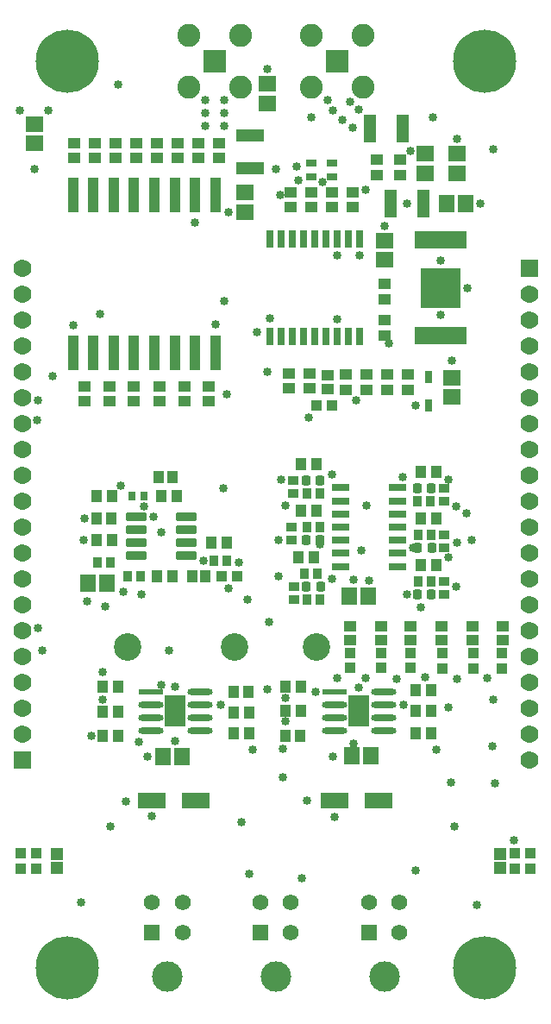
<source format=gts>
G04*
G04 #@! TF.GenerationSoftware,Altium Limited,Altium Designer,23.0.1 (38)*
G04*
G04 Layer_Color=8388736*
%FSLAX44Y44*%
%MOMM*%
G71*
G04*
G04 #@! TF.SameCoordinates,B26DCD0B-EA3B-4DC6-9C7F-F6099DF497CD*
G04*
G04*
G04 #@! TF.FilePolarity,Negative*
G04*
G01*
G75*
%ADD20R,2.8000X1.6000*%
%ADD24R,2.4741X0.6221*%
G04:AMPARAMS|DCode=25|XSize=2.4741mm|YSize=0.6221mm|CornerRadius=0.3111mm|HoleSize=0mm|Usage=FLASHONLY|Rotation=0.000|XOffset=0mm|YOffset=0mm|HoleType=Round|Shape=RoundedRectangle|*
%AMROUNDEDRECTD25*
21,1,2.4741,0.0000,0,0,0.0*
21,1,1.8519,0.6221,0,0,0.0*
1,1,0.6221,0.9260,0.0000*
1,1,0.6221,-0.9260,0.0000*
1,1,0.6221,-0.9260,0.0000*
1,1,0.6221,0.9260,0.0000*
%
%ADD25ROUNDEDRECTD25*%
%ADD34R,1.0000X3.5000*%
%ADD35R,5.0800X1.7780*%
%ADD38R,0.7500X0.9000*%
%ADD40R,1.1500X2.7000*%
%ADD41R,2.7000X1.1500*%
%ADD42R,1.0032X1.2032*%
%ADD43R,1.0532X0.9532*%
%ADD44R,1.6032X1.7032*%
%ADD45R,0.9532X1.0532*%
%ADD46R,1.0032X1.0032*%
%ADD47R,2.0250X3.1000*%
G04:AMPARAMS|DCode=48|XSize=0.9632mm|YSize=0.8636mm|CornerRadius=0.1842mm|HoleSize=0mm|Usage=FLASHONLY|Rotation=270.000|XOffset=0mm|YOffset=0mm|HoleType=Round|Shape=RoundedRectangle|*
%AMROUNDEDRECTD48*
21,1,0.9632,0.4953,0,0,270.0*
21,1,0.5949,0.8636,0,0,270.0*
1,1,0.3683,-0.2477,-0.2975*
1,1,0.3683,-0.2477,0.2975*
1,1,0.3683,0.2477,0.2975*
1,1,0.3683,0.2477,-0.2975*
%
%ADD48ROUNDEDRECTD48*%
G04:AMPARAMS|DCode=49|XSize=2.1032mm|YSize=0.8032mm|CornerRadius=0.1766mm|HoleSize=0mm|Usage=FLASHONLY|Rotation=180.000|XOffset=0mm|YOffset=0mm|HoleType=Round|Shape=RoundedRectangle|*
%AMROUNDEDRECTD49*
21,1,2.1032,0.4500,0,0,180.0*
21,1,1.7500,0.8032,0,0,180.0*
1,1,0.3532,-0.8750,0.2250*
1,1,0.3532,0.8750,0.2250*
1,1,0.3532,0.8750,-0.2250*
1,1,0.3532,-0.8750,-0.2250*
%
%ADD49ROUNDEDRECTD49*%
%ADD50R,1.0032X1.0032*%
%ADD51R,1.7500X0.8000*%
%ADD52R,1.7032X1.6032*%
%ADD53R,1.2032X1.0032*%
%ADD54R,1.7500X0.7000*%
%ADD55R,0.7000X1.8000*%
%ADD56R,0.8000X1.8000*%
%ADD57R,1.0032X0.8032*%
%ADD58R,1.1532X1.0032*%
%ADD59R,1.3032X1.2032*%
%ADD60R,3.9624X3.9624*%
%ADD61R,1.0032X1.1532*%
%ADD62R,1.1032X1.2532*%
%ADD63R,0.7532X1.2532*%
%ADD64C,1.5700*%
%ADD65R,1.7632X1.7632*%
%ADD66C,1.7632*%
%ADD67C,2.7032*%
%ADD68R,1.5700X1.5700*%
%ADD69C,3.0000*%
%ADD70C,2.2532*%
%ADD71R,2.2532X2.2532*%
%ADD72C,6.2032*%
%ADD73C,0.8532*%
D20*
X143600Y218960D02*
D03*
X322670D02*
D03*
X365670D02*
D03*
X186600D02*
D03*
D24*
X322549Y326160D02*
D03*
X142240Y326390D02*
D03*
D25*
X370871Y313460D02*
D03*
X190561Y313690D02*
D03*
Y326390D02*
D03*
Y300990D02*
D03*
Y288290D02*
D03*
X142240D02*
D03*
Y300990D02*
D03*
Y313690D02*
D03*
X370871Y326160D02*
D03*
Y300760D02*
D03*
Y288060D02*
D03*
X322549D02*
D03*
Y300760D02*
D03*
Y313460D02*
D03*
D34*
X65890Y814100D02*
D03*
X85890D02*
D03*
X105890D02*
D03*
X125890D02*
D03*
X145890D02*
D03*
X165890D02*
D03*
X185890D02*
D03*
X205890D02*
D03*
Y659100D02*
D03*
X185890D02*
D03*
X165890D02*
D03*
X145890D02*
D03*
X125890D02*
D03*
X105890D02*
D03*
X85890D02*
D03*
X65890D02*
D03*
D35*
X426720Y675640D02*
D03*
Y769620D02*
D03*
D38*
X123540Y518160D02*
D03*
X135540D02*
D03*
D40*
X409950Y805180D02*
D03*
X377450D02*
D03*
X389630Y878840D02*
D03*
X357130D02*
D03*
D41*
X240030Y839730D02*
D03*
Y872230D02*
D03*
D42*
X289320Y283210D02*
D03*
X274320D02*
D03*
X104020Y518160D02*
D03*
X89020D02*
D03*
X95370Y283210D02*
D03*
X422790Y450850D02*
D03*
X407790D02*
D03*
X95250Y331470D02*
D03*
X110250D02*
D03*
X274440D02*
D03*
X289440D02*
D03*
X274440Y307110D02*
D03*
X289440D02*
D03*
X422790Y542290D02*
D03*
X407790D02*
D03*
X104020Y474980D02*
D03*
X89020D02*
D03*
X304680Y549910D02*
D03*
X289680D02*
D03*
X304800Y504190D02*
D03*
X289800D02*
D03*
X407790Y496570D02*
D03*
X422790D02*
D03*
X287140Y458470D02*
D03*
X302140D02*
D03*
X402710Y307110D02*
D03*
X417710D02*
D03*
X402710Y327430D02*
D03*
X417710D02*
D03*
X402710Y285520D02*
D03*
X417710D02*
D03*
X217050Y472438D02*
D03*
X202050D02*
D03*
X163710Y439418D02*
D03*
X148710D02*
D03*
X152520Y518158D02*
D03*
X167520D02*
D03*
X223640Y285520D02*
D03*
X238640D02*
D03*
X223640Y305840D02*
D03*
X238640D02*
D03*
X110370Y306590D02*
D03*
X95370D02*
D03*
X110370Y283210D02*
D03*
X223520Y326160D02*
D03*
X238520D02*
D03*
D43*
X283210Y429410D02*
D03*
Y416410D02*
D03*
X281940Y520550D02*
D03*
Y533550D02*
D03*
X430530Y525930D02*
D03*
Y512930D02*
D03*
Y434490D02*
D03*
Y421490D02*
D03*
Y467210D02*
D03*
Y480210D02*
D03*
X280670Y474830D02*
D03*
Y487830D02*
D03*
D44*
X154330Y262140D02*
D03*
X339750Y263410D02*
D03*
X80670Y433068D02*
D03*
X356210Y420370D02*
D03*
X337210D02*
D03*
X99670Y433068D02*
D03*
X358750Y263410D02*
D03*
X173330Y262140D02*
D03*
X432460Y805180D02*
D03*
X451460D02*
D03*
D45*
X132230Y439418D02*
D03*
X204570Y454658D02*
D03*
X308610Y487680D02*
D03*
X295610D02*
D03*
X308760Y520700D02*
D03*
X295760D02*
D03*
X403710Y513080D02*
D03*
X416710D02*
D03*
X404980Y434340D02*
D03*
X417980D02*
D03*
X404980Y480060D02*
D03*
X417980D02*
D03*
X295760Y416560D02*
D03*
X308760D02*
D03*
X293220Y441960D02*
D03*
X306220D02*
D03*
X217070Y454658D02*
D03*
X119230Y439418D02*
D03*
X103020Y453388D02*
D03*
X90020D02*
D03*
D46*
X227211Y439419D02*
D03*
X212211D02*
D03*
X304919Y607059D02*
D03*
X319919D02*
D03*
D47*
X346710Y307110D02*
D03*
X166401Y307340D02*
D03*
D48*
X309260Y429260D02*
D03*
X404480Y467360D02*
D03*
X403830Y421640D02*
D03*
X403860Y525780D02*
D03*
X308610Y533400D02*
D03*
Y474980D02*
D03*
X294610D02*
D03*
Y533400D02*
D03*
X417860Y525780D02*
D03*
X417830Y421640D02*
D03*
X418480Y467360D02*
D03*
X295260Y429260D02*
D03*
D49*
X128270Y497838D02*
D03*
Y459738D02*
D03*
Y472438D02*
D03*
Y485138D02*
D03*
X177370Y497838D02*
D03*
Y485138D02*
D03*
Y459738D02*
D03*
Y472438D02*
D03*
D50*
X368301Y349369D02*
D03*
X486741Y348729D02*
D03*
X428321D02*
D03*
X458801D02*
D03*
X337820Y349369D02*
D03*
X397510D02*
D03*
Y364369D02*
D03*
X337820D02*
D03*
X458801Y363729D02*
D03*
X428321D02*
D03*
X486741D02*
D03*
X368301Y364369D02*
D03*
X500001Y167499D02*
D03*
Y152499D02*
D03*
X514999Y152501D02*
D03*
Y167501D02*
D03*
X30001Y152499D02*
D03*
Y167499D02*
D03*
X14999Y167501D02*
D03*
Y152501D02*
D03*
D51*
X384866Y526280D02*
D03*
X328366Y449080D02*
D03*
Y526280D02*
D03*
X384866Y449080D02*
D03*
D52*
X256540Y922630D02*
D03*
Y903630D02*
D03*
X234950Y796950D02*
D03*
Y815950D02*
D03*
X27940Y883260D02*
D03*
Y864260D02*
D03*
X438150Y634340D02*
D03*
Y615340D02*
D03*
X372110Y749960D02*
D03*
Y768960D02*
D03*
X443230Y835050D02*
D03*
Y854050D02*
D03*
X411480Y835050D02*
D03*
Y854050D02*
D03*
D53*
X189230Y849750D02*
D03*
Y864750D02*
D03*
X394970Y637420D02*
D03*
Y622420D02*
D03*
X279400Y816490D02*
D03*
Y801490D02*
D03*
X199390Y625990D02*
D03*
Y610990D02*
D03*
X278130Y638690D02*
D03*
Y623690D02*
D03*
X128270Y864750D02*
D03*
Y849750D02*
D03*
X209550Y864750D02*
D03*
Y849750D02*
D03*
X372110Y690760D02*
D03*
Y675760D02*
D03*
X374650Y637420D02*
D03*
Y622420D02*
D03*
X354330Y637420D02*
D03*
Y622420D02*
D03*
X334010Y622420D02*
D03*
Y637420D02*
D03*
X298450Y623690D02*
D03*
Y638690D02*
D03*
X372110Y711440D02*
D03*
Y726440D02*
D03*
X340360Y816490D02*
D03*
Y801490D02*
D03*
X299720Y816490D02*
D03*
Y801490D02*
D03*
X387350Y848240D02*
D03*
Y833240D02*
D03*
X364490Y848240D02*
D03*
Y833240D02*
D03*
X320040Y816490D02*
D03*
Y801490D02*
D03*
X151130Y625990D02*
D03*
Y610990D02*
D03*
X77470Y626110D02*
D03*
Y611110D02*
D03*
X175260Y625990D02*
D03*
Y610990D02*
D03*
X101600Y626110D02*
D03*
Y611110D02*
D03*
X125730Y626110D02*
D03*
Y611110D02*
D03*
X67310Y864750D02*
D03*
Y849750D02*
D03*
X107950Y864750D02*
D03*
Y849750D02*
D03*
X148590Y864750D02*
D03*
Y849750D02*
D03*
X168910Y864750D02*
D03*
Y849750D02*
D03*
X87630Y864750D02*
D03*
Y849750D02*
D03*
D54*
X328366Y462280D02*
D03*
Y474980D02*
D03*
Y487680D02*
D03*
Y500380D02*
D03*
Y513080D02*
D03*
X384866D02*
D03*
Y500380D02*
D03*
Y487680D02*
D03*
Y474980D02*
D03*
Y462280D02*
D03*
D55*
X259530Y770130D02*
D03*
X347530D02*
D03*
Y675130D02*
D03*
X259530D02*
D03*
D56*
X270530Y770130D02*
D03*
X281530D02*
D03*
X292530D02*
D03*
X303530D02*
D03*
X314530D02*
D03*
X325530D02*
D03*
X336530D02*
D03*
Y675130D02*
D03*
X325530D02*
D03*
X314530D02*
D03*
X303530D02*
D03*
X292530D02*
D03*
X281530D02*
D03*
X270530D02*
D03*
D57*
X299720Y844700D02*
D03*
X320040D02*
D03*
Y831700D02*
D03*
X299720D02*
D03*
D58*
X427990Y377040D02*
D03*
Y390040D02*
D03*
X397510Y377040D02*
D03*
Y390040D02*
D03*
X337820Y377040D02*
D03*
Y390040D02*
D03*
X458470Y377040D02*
D03*
Y390040D02*
D03*
X487680Y377040D02*
D03*
Y390040D02*
D03*
X368300Y377040D02*
D03*
Y390040D02*
D03*
X316230Y623420D02*
D03*
Y636420D02*
D03*
D59*
X50000Y153000D02*
D03*
Y167000D02*
D03*
X485000Y167000D02*
D03*
Y153000D02*
D03*
D60*
X426720Y722630D02*
D03*
D61*
X182730Y439418D02*
D03*
X195730D02*
D03*
X150330Y537208D02*
D03*
X163830D02*
D03*
D62*
X103770Y496568D02*
D03*
X89270D02*
D03*
D63*
X415290Y635030D02*
D03*
Y607030D02*
D03*
D64*
X386500Y89650D02*
D03*
Y119650D02*
D03*
X173500Y89650D02*
D03*
Y119650D02*
D03*
X280000D02*
D03*
X250000D02*
D03*
X280000Y89650D02*
D03*
X143500Y119650D02*
D03*
X356500D02*
D03*
D65*
X514000Y741300D02*
D03*
X16000Y258700D02*
D03*
D66*
X514000Y690500D02*
D03*
Y639700D02*
D03*
Y588900D02*
D03*
Y538100D02*
D03*
Y487300D02*
D03*
Y411100D02*
D03*
Y334900D02*
D03*
Y258700D02*
D03*
Y284100D02*
D03*
Y309500D02*
D03*
Y360300D02*
D03*
Y385700D02*
D03*
Y436500D02*
D03*
Y461900D02*
D03*
Y512700D02*
D03*
Y563500D02*
D03*
Y614300D02*
D03*
Y665100D02*
D03*
Y715900D02*
D03*
X16000Y284100D02*
D03*
Y309500D02*
D03*
Y334900D02*
D03*
Y360300D02*
D03*
Y385700D02*
D03*
Y411100D02*
D03*
Y436500D02*
D03*
Y461900D02*
D03*
Y487300D02*
D03*
Y512700D02*
D03*
Y538100D02*
D03*
Y563500D02*
D03*
Y588900D02*
D03*
Y614300D02*
D03*
Y639700D02*
D03*
Y665100D02*
D03*
Y690500D02*
D03*
Y715900D02*
D03*
Y741300D02*
D03*
D67*
X304650Y370000D02*
D03*
X119650D02*
D03*
X224650D02*
D03*
D68*
X250000Y89650D02*
D03*
X143500D02*
D03*
X356500D02*
D03*
D69*
X265000Y46450D02*
D03*
X158500D02*
D03*
X371500D02*
D03*
D70*
X230400Y919600D02*
D03*
X179600D02*
D03*
Y970400D02*
D03*
X230400D02*
D03*
X350400D02*
D03*
X299600D02*
D03*
Y919600D02*
D03*
X350400D02*
D03*
D71*
X205000Y945000D02*
D03*
X325000D02*
D03*
D72*
X470000D02*
D03*
X60000D02*
D03*
X470000Y55000D02*
D03*
X60000D02*
D03*
D73*
X411480Y340360D02*
D03*
X274320Y297180D02*
D03*
Y509270D02*
D03*
X321310Y262890D02*
D03*
X341630Y275590D02*
D03*
X41910Y896620D02*
D03*
X13970D02*
D03*
X389890Y537210D02*
D03*
X287020Y828040D02*
D03*
X311150Y826770D02*
D03*
X95250Y345440D02*
D03*
X344170Y612140D02*
D03*
X274320Y320040D02*
D03*
X308151Y470359D02*
D03*
X271780Y270510D02*
D03*
X434340Y458470D02*
D03*
X399926Y467305D02*
D03*
X228600Y453390D02*
D03*
X113030Y528320D02*
D03*
X356870Y435610D02*
D03*
X320040Y436880D02*
D03*
X267970Y439420D02*
D03*
X320040Y539750D02*
D03*
X166370Y278130D02*
D03*
X133350Y421640D02*
D03*
X115570Y424180D02*
D03*
X80010Y415290D02*
D03*
X195580Y894080D02*
D03*
X214630D02*
D03*
Y906780D02*
D03*
X195580Y881380D02*
D03*
X214630D02*
D03*
X340360Y880110D02*
D03*
X321310Y896620D02*
D03*
X330200Y887730D02*
D03*
X440721Y194279D02*
D03*
X130841Y276829D02*
D03*
X231171Y198089D02*
D03*
X144778Y497838D02*
D03*
X194308Y454658D02*
D03*
X83820Y283210D02*
D03*
X166401Y331439D02*
D03*
X152400Y332665D02*
D03*
X118110Y218440D02*
D03*
X139180Y262140D02*
D03*
X210820Y313690D02*
D03*
X346710Y330200D02*
D03*
X322580Y203200D02*
D03*
X393700Y421640D02*
D03*
X218440Y427990D02*
D03*
X353060Y339563D02*
D03*
X325224D02*
D03*
X383540Y339090D02*
D03*
X443230D02*
D03*
X472440Y339563D02*
D03*
X303760Y326160D02*
D03*
X390930Y313460D02*
D03*
X295390Y218960D02*
D03*
X143510Y204470D02*
D03*
X160051Y366999D02*
D03*
X102901Y194279D02*
D03*
X73691Y119349D02*
D03*
X290861Y143479D02*
D03*
X402621Y151099D02*
D03*
X462280Y116840D02*
D03*
X480091Y236189D02*
D03*
X477551Y273019D02*
D03*
X478821Y318739D02*
D03*
X256571Y328899D02*
D03*
X97821Y410179D02*
D03*
X152431Y482569D02*
D03*
X213391Y525749D02*
D03*
X354361Y509239D02*
D03*
X349281Y464789D02*
D03*
X434371Y311119D02*
D03*
X256540Y937260D02*
D03*
X346710Y897890D02*
D03*
X337820Y905510D02*
D03*
X316230Y906780D02*
D03*
X195580D02*
D03*
X110521Y921989D02*
D03*
X265461Y839439D02*
D03*
X299720Y890270D02*
D03*
X419131Y890239D02*
D03*
X478790Y858520D02*
D03*
X27971Y839439D02*
D03*
X31750Y388620D02*
D03*
X35591Y366999D02*
D03*
X30511Y593059D02*
D03*
X31781Y612109D02*
D03*
X45751Y636239D02*
D03*
X256571Y640049D02*
D03*
X217201Y618459D02*
D03*
X92741Y697199D02*
D03*
X297180Y595630D02*
D03*
X246380Y679450D02*
D03*
X426720Y695960D02*
D03*
X453390Y722630D02*
D03*
X426720Y749300D02*
D03*
X185890Y786600D02*
D03*
X397350Y857240D02*
D03*
X325120Y692150D02*
D03*
X375920Y668020D02*
D03*
X65890Y685950D02*
D03*
X205890Y686920D02*
D03*
X438150Y651510D02*
D03*
X259530Y692970D02*
D03*
X325530Y754790D02*
D03*
X347530Y754830D02*
D03*
X372110Y783590D02*
D03*
X466090Y805180D02*
D03*
X443230Y868680D02*
D03*
X219050Y796950D02*
D03*
X285750Y842010D02*
D03*
X269605Y813705D02*
D03*
X214630Y709930D02*
D03*
X267970Y474980D02*
D03*
X258572Y394970D02*
D03*
X341386Y435854D02*
D03*
X441960Y429260D02*
D03*
Y508110D02*
D03*
X452120Y501650D02*
D03*
X457200Y474980D02*
D03*
X443230Y472440D02*
D03*
X237490Y416560D02*
D03*
X407670Y408940D02*
D03*
X238760Y147320D02*
D03*
X95250Y318770D02*
D03*
X242190Y269240D02*
D03*
X271780Y242570D02*
D03*
X422910Y269240D02*
D03*
X270510Y534670D02*
D03*
X434340D02*
D03*
X499110Y180340D02*
D03*
X436880Y237490D02*
D03*
X77472Y496568D02*
D03*
X135890Y508000D02*
D03*
X76200Y474980D02*
D03*
X402590Y607060D02*
D03*
X353060Y819150D02*
D03*
X393700Y805180D02*
D03*
M02*

</source>
